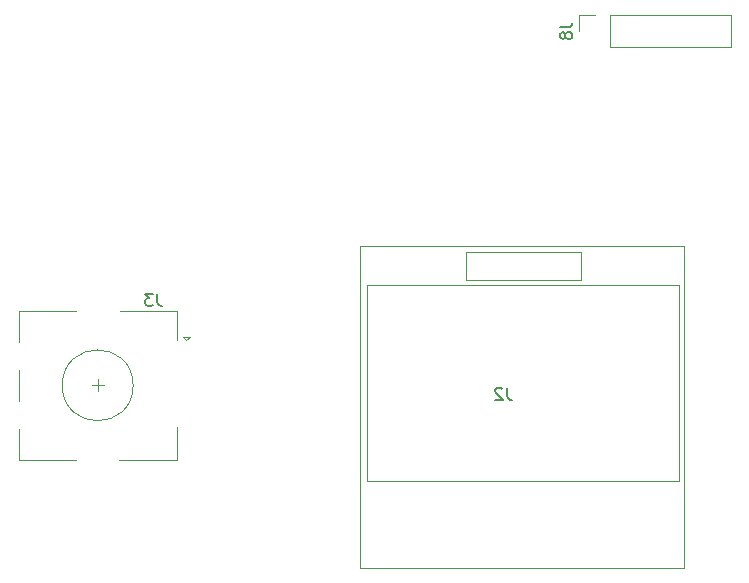
<source format=gbr>
%TF.GenerationSoftware,KiCad,Pcbnew,9.0.1*%
%TF.CreationDate,2025-06-05T12:40:10-07:00*%
%TF.ProjectId,chop_microcontroller_board,63686f70-5f6d-4696-9372-6f636f6e7472,rev?*%
%TF.SameCoordinates,Original*%
%TF.FileFunction,Legend,Bot*%
%TF.FilePolarity,Positive*%
%FSLAX46Y46*%
G04 Gerber Fmt 4.6, Leading zero omitted, Abs format (unit mm)*
G04 Created by KiCad (PCBNEW 9.0.1) date 2025-06-05 12:40:10*
%MOMM*%
%LPD*%
G01*
G04 APERTURE LIST*
%ADD10C,0.150000*%
%ADD11C,0.120000*%
G04 APERTURE END LIST*
D10*
X148783333Y-99754819D02*
X148783333Y-100469104D01*
X148783333Y-100469104D02*
X148830952Y-100611961D01*
X148830952Y-100611961D02*
X148926190Y-100707200D01*
X148926190Y-100707200D02*
X149069047Y-100754819D01*
X149069047Y-100754819D02*
X149164285Y-100754819D01*
X148402380Y-99754819D02*
X147783333Y-99754819D01*
X147783333Y-99754819D02*
X148116666Y-100135771D01*
X148116666Y-100135771D02*
X147973809Y-100135771D01*
X147973809Y-100135771D02*
X147878571Y-100183390D01*
X147878571Y-100183390D02*
X147830952Y-100231009D01*
X147830952Y-100231009D02*
X147783333Y-100326247D01*
X147783333Y-100326247D02*
X147783333Y-100564342D01*
X147783333Y-100564342D02*
X147830952Y-100659580D01*
X147830952Y-100659580D02*
X147878571Y-100707200D01*
X147878571Y-100707200D02*
X147973809Y-100754819D01*
X147973809Y-100754819D02*
X148259523Y-100754819D01*
X148259523Y-100754819D02*
X148354761Y-100707200D01*
X148354761Y-100707200D02*
X148402380Y-100659580D01*
X182914819Y-77166666D02*
X183629104Y-77166666D01*
X183629104Y-77166666D02*
X183771961Y-77119047D01*
X183771961Y-77119047D02*
X183867200Y-77023809D01*
X183867200Y-77023809D02*
X183914819Y-76880952D01*
X183914819Y-76880952D02*
X183914819Y-76785714D01*
X183343390Y-77785714D02*
X183295771Y-77690476D01*
X183295771Y-77690476D02*
X183248152Y-77642857D01*
X183248152Y-77642857D02*
X183152914Y-77595238D01*
X183152914Y-77595238D02*
X183105295Y-77595238D01*
X183105295Y-77595238D02*
X183010057Y-77642857D01*
X183010057Y-77642857D02*
X182962438Y-77690476D01*
X182962438Y-77690476D02*
X182914819Y-77785714D01*
X182914819Y-77785714D02*
X182914819Y-77976190D01*
X182914819Y-77976190D02*
X182962438Y-78071428D01*
X182962438Y-78071428D02*
X183010057Y-78119047D01*
X183010057Y-78119047D02*
X183105295Y-78166666D01*
X183105295Y-78166666D02*
X183152914Y-78166666D01*
X183152914Y-78166666D02*
X183248152Y-78119047D01*
X183248152Y-78119047D02*
X183295771Y-78071428D01*
X183295771Y-78071428D02*
X183343390Y-77976190D01*
X183343390Y-77976190D02*
X183343390Y-77785714D01*
X183343390Y-77785714D02*
X183391009Y-77690476D01*
X183391009Y-77690476D02*
X183438628Y-77642857D01*
X183438628Y-77642857D02*
X183533866Y-77595238D01*
X183533866Y-77595238D02*
X183724342Y-77595238D01*
X183724342Y-77595238D02*
X183819580Y-77642857D01*
X183819580Y-77642857D02*
X183867200Y-77690476D01*
X183867200Y-77690476D02*
X183914819Y-77785714D01*
X183914819Y-77785714D02*
X183914819Y-77976190D01*
X183914819Y-77976190D02*
X183867200Y-78071428D01*
X183867200Y-78071428D02*
X183819580Y-78119047D01*
X183819580Y-78119047D02*
X183724342Y-78166666D01*
X183724342Y-78166666D02*
X183533866Y-78166666D01*
X183533866Y-78166666D02*
X183438628Y-78119047D01*
X183438628Y-78119047D02*
X183391009Y-78071428D01*
X183391009Y-78071428D02*
X183343390Y-77976190D01*
X178413333Y-107708819D02*
X178413333Y-108423104D01*
X178413333Y-108423104D02*
X178460952Y-108565961D01*
X178460952Y-108565961D02*
X178556190Y-108661200D01*
X178556190Y-108661200D02*
X178699047Y-108708819D01*
X178699047Y-108708819D02*
X178794285Y-108708819D01*
X177984761Y-107804057D02*
X177937142Y-107756438D01*
X177937142Y-107756438D02*
X177841904Y-107708819D01*
X177841904Y-107708819D02*
X177603809Y-107708819D01*
X177603809Y-107708819D02*
X177508571Y-107756438D01*
X177508571Y-107756438D02*
X177460952Y-107804057D01*
X177460952Y-107804057D02*
X177413333Y-107899295D01*
X177413333Y-107899295D02*
X177413333Y-107994533D01*
X177413333Y-107994533D02*
X177460952Y-108137390D01*
X177460952Y-108137390D02*
X178032380Y-108708819D01*
X178032380Y-108708819D02*
X177413333Y-108708819D01*
D11*
%TO.C,J3*%
X137050000Y-101200000D02*
X137050000Y-103800000D01*
X137050000Y-106200000D02*
X137050000Y-108800000D01*
X137050000Y-111200000D02*
X137050000Y-113800000D01*
X137050000Y-113800000D02*
X141950000Y-113800000D01*
X141950000Y-101200000D02*
X137050000Y-101200000D01*
X143750000Y-107000000D02*
X143750000Y-108000000D01*
X144250000Y-107500000D02*
X143250000Y-107500000D01*
X145550000Y-113800000D02*
X150450000Y-113800000D01*
X145650000Y-101200000D02*
X150450000Y-101200000D01*
X150450000Y-101200000D02*
X150450000Y-103700000D01*
X150450000Y-113800000D02*
X150450000Y-111000000D01*
X150950000Y-103400000D02*
X151250000Y-103700000D01*
X151250000Y-103700000D02*
X151550000Y-103400000D01*
X151550000Y-103400000D02*
X150950000Y-103400000D01*
X146750000Y-107500000D02*
G75*
G02*
X140750000Y-107500000I-3000000J0D01*
G01*
X140750000Y-107500000D02*
G75*
G02*
X146750000Y-107500000I3000000J0D01*
G01*
%TO.C,J8*%
X184460000Y-76120000D02*
X184460000Y-77500000D01*
X185840000Y-76120000D02*
X184460000Y-76120000D01*
X187110000Y-76120000D02*
X187110000Y-78880000D01*
X187110000Y-76120000D02*
X197380000Y-76120000D01*
X187110000Y-78880000D02*
X197380000Y-78880000D01*
X197380000Y-76120000D02*
X197380000Y-78880000D01*
%TO.C,J2*%
X166000000Y-95700000D02*
X166000000Y-123000000D01*
X166000000Y-123000000D02*
X193400000Y-123000000D01*
X166538000Y-98983000D02*
X166792000Y-98995000D01*
X166538000Y-115620000D02*
X166538000Y-98983000D01*
X169878000Y-98995000D02*
X166792000Y-98995000D01*
X169878000Y-115595000D02*
X166538000Y-115620000D01*
X169878000Y-115595000D02*
X192978000Y-115595000D01*
X174920000Y-96189000D02*
X174920000Y-98602000D01*
X174920000Y-98602000D02*
X184699000Y-98602000D01*
X184699000Y-96189000D02*
X174920000Y-96189000D01*
X184699000Y-96189000D02*
X184699000Y-98602000D01*
X192978000Y-98995000D02*
X169878000Y-98995000D01*
X192978000Y-115595000D02*
X192978000Y-98995000D01*
X193400000Y-95700000D02*
X166000000Y-95700000D01*
X193400000Y-123000000D02*
X193400000Y-95700000D01*
%TD*%
M02*

</source>
